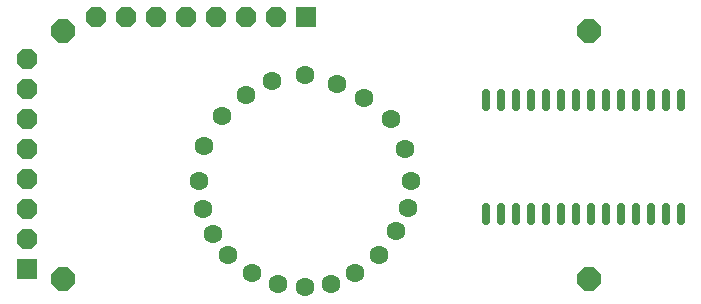
<source format=gbr>
%TF.GenerationSoftware,KiCad,Pcbnew,(6.0.6-0)*%
%TF.CreationDate,2022-07-18T23:30:02+08:00*%
%TF.ProjectId,VFD,5646442e-6b69-4636-9164-5f7063625858,rev?*%
%TF.SameCoordinates,Original*%
%TF.FileFunction,Soldermask,Bot*%
%TF.FilePolarity,Negative*%
%FSLAX46Y46*%
G04 Gerber Fmt 4.6, Leading zero omitted, Abs format (unit mm)*
G04 Created by KiCad (PCBNEW (6.0.6-0)) date 2022-07-18 23:30:02*
%MOMM*%
%LPD*%
G01*
G04 APERTURE LIST*
G04 Aperture macros list*
%AMRoundRect*
0 Rectangle with rounded corners*
0 $1 Rounding radius*
0 $2 $3 $4 $5 $6 $7 $8 $9 X,Y pos of 4 corners*
0 Add a 4 corners polygon primitive as box body*
4,1,4,$2,$3,$4,$5,$6,$7,$8,$9,$2,$3,0*
0 Add four circle primitives for the rounded corners*
1,1,$1+$1,$2,$3*
1,1,$1+$1,$4,$5*
1,1,$1+$1,$6,$7*
1,1,$1+$1,$8,$9*
0 Add four rect primitives between the rounded corners*
20,1,$1+$1,$2,$3,$4,$5,0*
20,1,$1+$1,$4,$5,$6,$7,0*
20,1,$1+$1,$6,$7,$8,$9,0*
20,1,$1+$1,$8,$9,$2,$3,0*%
%AMFreePoly0*
4,1,13,0.835355,0.835355,0.850000,0.800000,0.850000,-0.800000,0.835355,-0.835355,0.800000,-0.850000,-0.800000,-0.850000,-0.835355,-0.835355,-0.850000,-0.800000,-0.850000,0.800000,-0.835355,0.835355,-0.800000,0.850000,0.800000,0.850000,0.835355,0.835355,0.835355,0.835355,$1*%
%AMFreePoly1*
4,1,17,0.366726,0.835355,0.835355,0.366726,0.850000,0.331371,0.850000,-0.331371,0.835355,-0.366727,0.366726,-0.835355,0.331371,-0.850000,-0.331371,-0.850000,-0.366727,-0.835355,-0.835355,-0.366726,-0.850000,-0.331371,-0.850000,0.331371,-0.835355,0.366726,-0.366727,0.835355,-0.331371,0.850000,0.331371,0.850000,0.366726,0.835355,0.366726,0.835355,$1*%
%AMFreePoly2*
4,1,17,0.428858,0.985355,0.985356,0.428858,1.000000,0.393503,1.000000,-0.393503,0.985356,-0.428858,0.428858,-0.985355,0.393503,-1.000000,-0.393503,-1.000000,-0.428858,-0.985356,-0.985355,-0.428858,-1.000000,-0.393503,-1.000000,0.393503,-0.985355,0.428858,-0.428858,0.985356,-0.393503,1.000000,0.393503,1.000000,0.428858,0.985355,0.428858,0.985355,$1*%
G04 Aperture macros list end*
%ADD10C,1.600000*%
%ADD11FreePoly0,180.000000*%
%ADD12FreePoly1,180.000000*%
%ADD13FreePoly0,90.000000*%
%ADD14FreePoly1,90.000000*%
%ADD15RoundRect,0.150000X-0.150000X0.750000X-0.150000X-0.750000X0.150000X-0.750000X0.150000X0.750000X0*%
%ADD16FreePoly2,90.000000*%
G04 APERTURE END LIST*
D10*
%TO.C,U3*%
X121048000Y-89027000D03*
X121448000Y-91427000D03*
X122298000Y-93527000D03*
X123548000Y-95277000D03*
X125548000Y-96777000D03*
X127798000Y-97777000D03*
X130048000Y-98027000D03*
X132298000Y-97777000D03*
X134298000Y-96777000D03*
X136298000Y-95277000D03*
X137798000Y-93277000D03*
X138798000Y-91277000D03*
X139048000Y-89027000D03*
X138548000Y-86277000D03*
X137298000Y-83777000D03*
X135048000Y-82027000D03*
X132798000Y-80777000D03*
X130048000Y-80027000D03*
X127298000Y-80527000D03*
X125048000Y-81777000D03*
X123048000Y-83527000D03*
X121548000Y-86027000D03*
%TD*%
D11*
%TO.C,J2*%
X106500000Y-96500000D03*
D12*
X106500000Y-93960000D03*
X106500000Y-91420000D03*
X106500000Y-88880000D03*
X106500000Y-86340000D03*
X106500000Y-83800000D03*
X106500000Y-81260000D03*
X106500000Y-78720000D03*
%TD*%
D13*
%TO.C,J1*%
X130125000Y-75125000D03*
D14*
X127585000Y-75125000D03*
X125045000Y-75125000D03*
X122505000Y-75125000D03*
X119965000Y-75125000D03*
X117425000Y-75125000D03*
X114885000Y-75125000D03*
X112345000Y-75125000D03*
%TD*%
D15*
%TO.C,U2*%
X145415000Y-82200000D03*
X146685000Y-82200000D03*
X147955000Y-82200000D03*
X149225000Y-82200000D03*
X150495000Y-82200000D03*
X151765000Y-82200000D03*
X153035000Y-82200000D03*
X154305000Y-82200000D03*
X155575000Y-82200000D03*
X156845000Y-82200000D03*
X158115000Y-82200000D03*
X159385000Y-82200000D03*
X160655000Y-82200000D03*
X161925000Y-82200000D03*
X161925000Y-91800000D03*
X160655000Y-91800000D03*
X159385000Y-91800000D03*
X158115000Y-91800000D03*
X156845000Y-91800000D03*
X155575000Y-91800000D03*
X154305000Y-91800000D03*
X153035000Y-91800000D03*
X151765000Y-91800000D03*
X150495000Y-91800000D03*
X149225000Y-91800000D03*
X147955000Y-91800000D03*
X146685000Y-91800000D03*
X145415000Y-91800000D03*
%TD*%
D16*
%TO.C,U1*%
X109587500Y-97325000D03*
X109587500Y-76325000D03*
X154087500Y-76325000D03*
X154087500Y-97325000D03*
%TD*%
M02*

</source>
